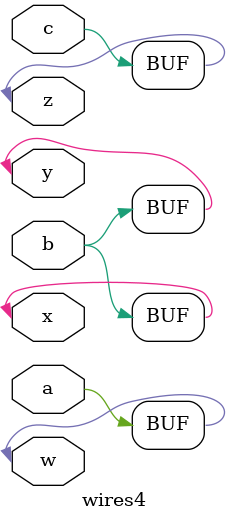
<source format=v>
`timescale 1ns / 1ps


module wires4(
    input a,b,c,
    input w,x,y,z
    );
    assign w =a;
    assign x = b;
    assign y = b;
    assign z = c;
endmodule

</source>
